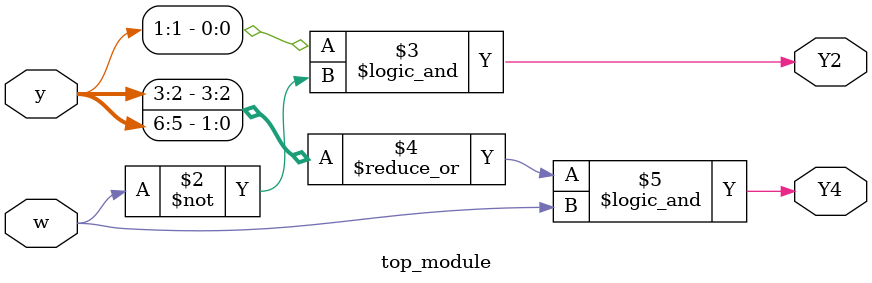
<source format=v>
module top_module (
    input [6:1] y,
    input w,
    output Y2,
    output Y4);
    
    assign Y2 = (y[1] == 1) && ~w;
    assign Y4 = |{y[3:2], y[6:5]} && w;

// In one-hot encoding with inspection method 
//the input can be non-one hot but it should check only the required bit
endmodule

</source>
